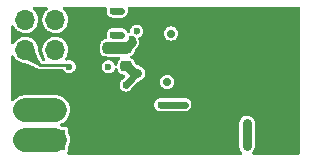
<source format=gbr>
G04 #@! TF.GenerationSoftware,KiCad,Pcbnew,(5.99.0-6495-g15369915cc)*
G04 #@! TF.CreationDate,2020-10-24T17:34:59+02:00*
G04 #@! TF.ProjectId,EVAL-MP8862,4556414c-2d4d-4503-9838-36322e6b6963,1B*
G04 #@! TF.SameCoordinates,Original*
G04 #@! TF.FileFunction,Copper,L4,Bot*
G04 #@! TF.FilePolarity,Positive*
%FSLAX46Y46*%
G04 Gerber Fmt 4.6, Leading zero omitted, Abs format (unit mm)*
G04 Created by KiCad (PCBNEW (5.99.0-6495-g15369915cc)) date 2020-10-24 17:34:59*
%MOMM*%
%LPD*%
G01*
G04 APERTURE LIST*
G04 Aperture macros list*
%AMRoundRect*
0 Rectangle with rounded corners*
0 $1 Rounding radius*
0 $2 $3 $4 $5 $6 $7 $8 $9 X,Y pos of 4 corners*
0 Add a 4 corners polygon primitive as box body*
4,1,4,$2,$3,$4,$5,$6,$7,$8,$9,$2,$3,0*
0 Add four circle primitives for the rounded corners*
1,1,$1+$1,$2,$3,0*
1,1,$1+$1,$4,$5,0*
1,1,$1+$1,$6,$7,0*
1,1,$1+$1,$8,$9,0*
0 Add four rect primitives between the rounded corners*
20,1,$1+$1,$2,$3,$4,$5,0*
20,1,$1+$1,$4,$5,$6,$7,0*
20,1,$1+$1,$6,$7,$8,$9,0*
20,1,$1+$1,$8,$9,$2,$3,0*%
G04 Aperture macros list end*
G04 #@! TA.AperFunction,ComponentPad*
%ADD10R,1.700000X1.700000*%
G04 #@! TD*
G04 #@! TA.AperFunction,ComponentPad*
%ADD11O,1.700000X1.700000*%
G04 #@! TD*
G04 #@! TA.AperFunction,SMDPad,CuDef*
%ADD12RoundRect,0.218750X0.218750X0.256250X-0.218750X0.256250X-0.218750X-0.256250X0.218750X-0.256250X0*%
G04 #@! TD*
G04 #@! TA.AperFunction,SMDPad,CuDef*
%ADD13RoundRect,0.218750X0.256250X-0.218750X0.256250X0.218750X-0.256250X0.218750X-0.256250X-0.218750X0*%
G04 #@! TD*
G04 #@! TA.AperFunction,ViaPad*
%ADD14C,0.700000*%
G04 #@! TD*
G04 #@! TA.AperFunction,ViaPad*
%ADD15C,0.600000*%
G04 #@! TD*
G04 #@! TA.AperFunction,ViaPad*
%ADD16C,0.800000*%
G04 #@! TD*
G04 #@! TA.AperFunction,Conductor*
%ADD17C,1.500000*%
G04 #@! TD*
G04 #@! TA.AperFunction,Conductor*
%ADD18C,0.800000*%
G04 #@! TD*
G04 #@! TA.AperFunction,Conductor*
%ADD19C,0.600000*%
G04 #@! TD*
G04 #@! TA.AperFunction,Conductor*
%ADD20C,2.000000*%
G04 #@! TD*
G04 #@! TA.AperFunction,Conductor*
%ADD21C,0.250000*%
G04 #@! TD*
G04 #@! TA.AperFunction,Conductor*
%ADD22C,1.000000*%
G04 #@! TD*
G04 APERTURE END LIST*
D10*
X100000000Y-100000000D03*
D11*
X97460000Y-100000000D03*
X100000000Y-97460000D03*
X97460000Y-97460000D03*
X100000000Y-94920000D03*
X97460000Y-94920000D03*
X100000000Y-92380000D03*
X97460000Y-92380000D03*
X100000000Y-89840000D03*
X97460000Y-89840000D03*
D12*
X104500000Y-92200000D03*
X102925000Y-92200000D03*
D13*
X106000000Y-93775000D03*
X106000000Y-92200000D03*
D14*
X108350000Y-92700000D03*
D15*
X103550000Y-100925000D03*
X102850000Y-100925000D03*
X102175000Y-100925000D03*
X103850000Y-89075000D03*
D16*
X118150000Y-89275000D03*
X114550000Y-96550000D03*
X114550000Y-95875000D03*
D14*
X108350000Y-95125000D03*
D15*
X113600000Y-100150000D03*
X109575000Y-100925000D03*
X119000000Y-100550000D03*
X119000000Y-98600000D03*
D16*
X114550000Y-89275000D03*
D15*
X105625000Y-97050000D03*
D16*
X118150000Y-96550000D03*
D14*
X108350000Y-93300000D03*
D15*
X104225000Y-100925000D03*
D16*
X118150000Y-89950000D03*
D15*
X110275000Y-100925000D03*
X113600000Y-100775000D03*
X107675000Y-97050000D03*
D16*
X114550000Y-89950000D03*
D15*
X103850000Y-89750000D03*
X111600000Y-100150000D03*
X103850000Y-91107470D03*
X108700000Y-90600000D03*
X111600000Y-100800000D03*
X107000000Y-97050000D03*
D16*
X118150000Y-95875000D03*
D15*
X103850000Y-90450000D03*
X106300000Y-97050000D03*
X110950000Y-100925000D03*
X119000000Y-99900000D03*
X108900000Y-100925000D03*
X119000000Y-99250000D03*
X104500000Y-93825000D03*
X104900000Y-89100000D03*
X105600000Y-89100000D03*
X105600000Y-91100000D03*
D14*
X109800000Y-91000000D03*
D15*
X104900000Y-91100000D03*
X116250000Y-98600000D03*
X110300000Y-97025000D03*
X110975000Y-97025000D03*
D14*
X109475000Y-95100000D03*
D15*
X116250000Y-99900000D03*
X116250000Y-99250000D03*
X109600000Y-97025000D03*
X116250000Y-100550000D03*
X108925000Y-97025000D03*
X106900000Y-90800000D03*
X101200000Y-93800000D03*
X106456232Y-91465649D03*
X105990000Y-95360000D03*
X106949998Y-94350000D03*
D17*
X97460000Y-94920000D02*
X100000000Y-94920000D01*
D18*
X103850000Y-89075000D02*
X103850000Y-91107470D01*
D19*
X104900000Y-89100000D02*
X105600000Y-89100000D01*
X104900000Y-91100000D02*
X105600000Y-91100000D01*
D20*
X97460000Y-97460000D02*
X100000000Y-97460000D01*
X97460000Y-100000000D02*
X100000000Y-100000000D01*
D18*
X116250000Y-98600000D02*
X116250000Y-100550000D01*
D19*
X108925000Y-97025000D02*
X110975000Y-97025000D01*
D21*
X106900000Y-90800000D02*
X106859352Y-90840648D01*
X101060000Y-93660000D02*
X101200000Y-93800000D01*
X97460000Y-92380000D02*
X98740000Y-93660000D01*
X106859352Y-90840648D02*
X106859352Y-90943767D01*
X98740000Y-93660000D02*
X101060000Y-93660000D01*
D18*
X106456232Y-91743768D02*
X106000000Y-92200000D01*
D19*
X106456232Y-91465649D02*
X106456232Y-91743768D01*
D22*
X104500000Y-92200000D02*
X106000000Y-92200000D01*
D18*
X106949998Y-94350000D02*
X106949998Y-94350002D01*
D21*
X106537500Y-94600000D02*
X106537500Y-94762500D01*
X106000000Y-93775000D02*
X106075000Y-93775000D01*
D18*
X106075000Y-93775000D02*
X106650000Y-94350000D01*
D19*
X106949998Y-94350002D02*
X106537500Y-94762500D01*
D21*
X106650000Y-94350000D02*
X106949998Y-94350000D01*
D19*
X106537500Y-94762500D02*
X105990000Y-95360000D01*
G04 #@! TA.AperFunction,Conductor*
G36*
X98190930Y-92220002D02*
G01*
X98240710Y-92281556D01*
X98580333Y-93182537D01*
X98680575Y-93448467D01*
X98675370Y-93549260D01*
X98652884Y-93594231D01*
X98604529Y-93646214D01*
X98535745Y-93663803D01*
X98491092Y-93653923D01*
X97748301Y-93339666D01*
X97376904Y-93182536D01*
X97321962Y-93137573D01*
X97300000Y-93066495D01*
X97300000Y-92326000D01*
X97320002Y-92257879D01*
X97373658Y-92211386D01*
X97426000Y-92200000D01*
X98122809Y-92200000D01*
X98190930Y-92220002D01*
G37*
G04 #@! TD.AperFunction*
G04 #@! TA.AperFunction,Conductor*
G36*
X99308082Y-88770002D02*
G01*
X99354575Y-88823658D01*
X99364679Y-88893932D01*
X99312861Y-88978770D01*
X99277970Y-89003520D01*
X99174474Y-89111634D01*
X99152221Y-89134880D01*
X99132822Y-89155144D01*
X99129571Y-89160179D01*
X99024658Y-89322661D01*
X99018964Y-89331479D01*
X99016722Y-89337042D01*
X98943936Y-89517648D01*
X98940504Y-89526163D01*
X98927818Y-89591127D01*
X98916078Y-89651245D01*
X98900274Y-89732171D01*
X98899724Y-89942069D01*
X98938875Y-90148285D01*
X99016315Y-90343377D01*
X99019539Y-90348428D01*
X99019540Y-90348430D01*
X99049303Y-90395058D01*
X99129248Y-90520306D01*
X99183353Y-90577421D01*
X99260756Y-90659129D01*
X99273600Y-90672688D01*
X99278465Y-90676178D01*
X99278468Y-90676180D01*
X99385869Y-90753213D01*
X99444163Y-90795024D01*
X99449914Y-90797675D01*
X99604815Y-90869085D01*
X99634782Y-90882900D01*
X99640598Y-90884334D01*
X99640601Y-90884335D01*
X99686195Y-90895576D01*
X99838578Y-90933146D01*
X99844568Y-90933455D01*
X99844570Y-90933455D01*
X99918178Y-90937248D01*
X100048199Y-90943948D01*
X100054134Y-90943119D01*
X100054138Y-90943119D01*
X100206960Y-90921777D01*
X100256081Y-90914917D01*
X100454723Y-90847101D01*
X100636958Y-90742945D01*
X100796209Y-90606209D01*
X100801161Y-90599973D01*
X100895905Y-90480649D01*
X100926731Y-90441826D01*
X100973274Y-90352609D01*
X101002970Y-90295683D01*
X101023814Y-90255728D01*
X101026337Y-90247294D01*
X101082236Y-90060376D01*
X101083955Y-90054629D01*
X101104985Y-89845786D01*
X101105000Y-89840000D01*
X101085064Y-89631050D01*
X101076046Y-89600308D01*
X101052985Y-89521702D01*
X101025977Y-89429639D01*
X101023233Y-89424311D01*
X100932615Y-89248365D01*
X100932613Y-89248362D01*
X100929869Y-89243034D01*
X100800210Y-89077970D01*
X100677126Y-88971163D01*
X100638787Y-88911412D01*
X100638837Y-88840415D01*
X100677264Y-88780717D01*
X100759708Y-88750000D01*
X104260751Y-88750000D01*
X104328872Y-88770002D01*
X104375365Y-88823658D01*
X104381749Y-88911150D01*
X104377417Y-88926061D01*
X104374982Y-88933554D01*
X104356639Y-88984505D01*
X104356010Y-88993067D01*
X104354223Y-89001475D01*
X104354048Y-89001438D01*
X104353933Y-89002079D01*
X104354110Y-89002105D01*
X104352855Y-89010604D01*
X104350459Y-89018851D01*
X104350369Y-89027437D01*
X104350369Y-89027438D01*
X104349893Y-89072974D01*
X104349561Y-89080886D01*
X104346224Y-89126311D01*
X104346225Y-89126321D01*
X104345596Y-89134880D01*
X104347293Y-89143296D01*
X104347833Y-89151874D01*
X104347655Y-89151885D01*
X104347717Y-89152534D01*
X104347894Y-89152512D01*
X104348970Y-89161033D01*
X104348880Y-89169623D01*
X104351103Y-89177918D01*
X104351103Y-89177921D01*
X104362894Y-89221924D01*
X104364701Y-89229630D01*
X104372512Y-89268365D01*
X104375399Y-89282685D01*
X104379300Y-89290341D01*
X104382125Y-89298452D01*
X104381955Y-89298511D01*
X104382189Y-89299119D01*
X104382354Y-89299049D01*
X104385681Y-89306964D01*
X104387905Y-89315265D01*
X104397494Y-89331479D01*
X104415467Y-89361871D01*
X104419279Y-89368805D01*
X104443852Y-89417031D01*
X104449667Y-89423355D01*
X104454569Y-89430408D01*
X104454422Y-89430510D01*
X104454810Y-89431032D01*
X104454949Y-89430922D01*
X104460286Y-89437655D01*
X104464658Y-89445048D01*
X104494084Y-89473266D01*
X104503744Y-89482530D01*
X104509266Y-89488169D01*
X104545911Y-89528020D01*
X104553208Y-89532544D01*
X104559830Y-89538023D01*
X104559716Y-89538161D01*
X104560230Y-89538559D01*
X104560335Y-89538414D01*
X104567282Y-89543461D01*
X104573485Y-89549409D01*
X104621190Y-89574988D01*
X104628044Y-89578945D01*
X104674058Y-89607475D01*
X104682310Y-89609872D01*
X104690157Y-89613366D01*
X104690084Y-89613529D01*
X104690681Y-89613773D01*
X104690743Y-89613605D01*
X104698796Y-89616600D01*
X104706368Y-89620660D01*
X104759224Y-89632475D01*
X104766845Y-89634432D01*
X104818851Y-89649541D01*
X104825429Y-89650024D01*
X104831911Y-89650500D01*
X104831900Y-89650646D01*
X104836548Y-89651245D01*
X104836572Y-89650960D01*
X104845139Y-89651679D01*
X104853517Y-89653552D01*
X104862090Y-89653103D01*
X104862094Y-89653103D01*
X104908453Y-89650673D01*
X104915047Y-89650500D01*
X105525950Y-89650500D01*
X105536513Y-89651659D01*
X105536572Y-89650960D01*
X105545139Y-89651679D01*
X105553517Y-89653552D01*
X105562090Y-89653103D01*
X105562094Y-89653103D01*
X105608453Y-89650673D01*
X105615047Y-89650500D01*
X105636501Y-89650500D01*
X105640740Y-89649919D01*
X105640743Y-89649919D01*
X105643963Y-89649478D01*
X105646612Y-89649115D01*
X105657118Y-89648122D01*
X105664793Y-89647720D01*
X105695508Y-89646111D01*
X105695510Y-89646111D01*
X105704090Y-89645661D01*
X105714947Y-89642007D01*
X105738032Y-89636592D01*
X105749385Y-89635037D01*
X105757270Y-89631625D01*
X105792559Y-89616354D01*
X105802411Y-89612572D01*
X105838854Y-89600308D01*
X105838856Y-89600307D01*
X105846995Y-89597568D01*
X105856472Y-89591127D01*
X105877253Y-89579704D01*
X105887764Y-89575155D01*
X105924328Y-89545546D01*
X105932796Y-89539258D01*
X105964595Y-89517648D01*
X105964600Y-89517644D01*
X105971702Y-89512817D01*
X105979097Y-89504066D01*
X105996041Y-89487474D01*
X105998267Y-89485672D01*
X105998270Y-89485669D01*
X106004942Y-89480266D01*
X106032194Y-89441919D01*
X106038661Y-89433582D01*
X106063482Y-89404210D01*
X106069024Y-89397652D01*
X106073796Y-89387230D01*
X106085650Y-89366699D01*
X106087309Y-89364364D01*
X106092286Y-89357361D01*
X106108221Y-89313099D01*
X106112208Y-89303330D01*
X106128216Y-89268365D01*
X106131791Y-89260557D01*
X106133135Y-89252072D01*
X106133584Y-89249240D01*
X106139480Y-89226277D01*
X106140452Y-89223576D01*
X106140453Y-89223573D01*
X106143361Y-89215495D01*
X106146807Y-89168573D01*
X106148019Y-89158093D01*
X106155378Y-89111634D01*
X106155500Y-89100000D01*
X106154873Y-89095426D01*
X106154583Y-89090812D01*
X106154761Y-89090801D01*
X106154492Y-89082250D01*
X106154315Y-89082261D01*
X106153775Y-89073681D01*
X106154404Y-89065120D01*
X106152707Y-89056706D01*
X106152707Y-89056700D01*
X106143703Y-89012048D01*
X106142383Y-89004243D01*
X106136203Y-88959125D01*
X106136202Y-88959123D01*
X106135037Y-88950615D01*
X106131626Y-88942733D01*
X106129316Y-88934458D01*
X106129488Y-88934410D01*
X106129293Y-88933789D01*
X106129125Y-88933847D01*
X106126298Y-88925729D01*
X106124601Y-88917315D01*
X106123276Y-88914714D01*
X106119896Y-88846531D01*
X106155275Y-88784977D01*
X106242401Y-88750000D01*
X120624000Y-88750000D01*
X120692121Y-88770002D01*
X120738614Y-88823658D01*
X120750000Y-88876000D01*
X120750001Y-101124000D01*
X120729999Y-101192121D01*
X120676343Y-101238614D01*
X120624001Y-101250000D01*
X116775949Y-101250000D01*
X116707828Y-101229998D01*
X116661335Y-101176342D01*
X116651231Y-101106068D01*
X116684100Y-101037746D01*
X116716003Y-101003774D01*
X116780311Y-100935293D01*
X116859468Y-100791306D01*
X116900331Y-100632156D01*
X116900500Y-100629470D01*
X116900500Y-98560421D01*
X116884906Y-98436984D01*
X116856951Y-98366376D01*
X116827339Y-98291584D01*
X116827337Y-98291581D01*
X116824419Y-98284210D01*
X116727839Y-98151279D01*
X116601233Y-98046543D01*
X116452560Y-97976582D01*
X116444777Y-97975097D01*
X116444776Y-97975097D01*
X116298944Y-97947278D01*
X116298942Y-97947278D01*
X116291158Y-97945793D01*
X116209165Y-97950952D01*
X116135083Y-97955613D01*
X116135081Y-97955613D01*
X116127172Y-97956111D01*
X116119636Y-97958560D01*
X116119634Y-97958560D01*
X115978444Y-98004435D01*
X115978441Y-98004437D01*
X115970902Y-98006886D01*
X115832169Y-98094929D01*
X115826742Y-98100708D01*
X115826741Y-98100709D01*
X115725113Y-98208931D01*
X115725110Y-98208936D01*
X115719689Y-98214708D01*
X115640532Y-98358695D01*
X115599669Y-98517845D01*
X115599500Y-98520531D01*
X115599501Y-100589579D01*
X115615095Y-100713016D01*
X115637147Y-100768714D01*
X115670753Y-100853593D01*
X115675582Y-100865790D01*
X115772162Y-100998721D01*
X115778270Y-101003774D01*
X115806243Y-101026915D01*
X115845981Y-101085748D01*
X115847604Y-101156727D01*
X115810595Y-101217314D01*
X115725928Y-101250000D01*
X101111391Y-101250000D01*
X101043270Y-101229998D01*
X100996777Y-101176342D01*
X100986673Y-101106068D01*
X101021722Y-101036052D01*
X101030312Y-101030312D01*
X101050537Y-101000043D01*
X101078696Y-100957901D01*
X101078697Y-100957899D01*
X101085589Y-100947584D01*
X101105000Y-100850000D01*
X101105000Y-100620352D01*
X101115626Y-100569707D01*
X101187668Y-100405590D01*
X101189923Y-100400453D01*
X101242031Y-100183407D01*
X101254880Y-99960564D01*
X101228064Y-99738967D01*
X101162431Y-99525621D01*
X101159861Y-99520641D01*
X101159857Y-99520632D01*
X101119034Y-99441539D01*
X101105000Y-99383750D01*
X101105000Y-99150000D01*
X101085589Y-99052416D01*
X101078697Y-99042101D01*
X101078696Y-99042099D01*
X101037205Y-98980004D01*
X101030312Y-98969688D01*
X101019996Y-98962795D01*
X100957901Y-98921304D01*
X100957899Y-98921303D01*
X100947584Y-98914411D01*
X100935417Y-98911991D01*
X100935415Y-98911990D01*
X100880760Y-98901119D01*
X100850000Y-98895000D01*
X100625943Y-98895000D01*
X100570568Y-98881707D01*
X100569985Y-98881341D01*
X100486224Y-98847669D01*
X100430481Y-98803703D01*
X100407356Y-98736578D01*
X100424193Y-98667607D01*
X100478976Y-98617038D01*
X100639101Y-98540662D01*
X100820370Y-98410407D01*
X100885011Y-98343703D01*
X100971804Y-98254140D01*
X100971806Y-98254137D01*
X100975707Y-98250112D01*
X101100203Y-98064842D01*
X101189923Y-97860453D01*
X101242031Y-97643407D01*
X101250094Y-97503567D01*
X101254557Y-97426171D01*
X101254557Y-97426168D01*
X101254880Y-97420564D01*
X101228064Y-97198967D01*
X101185276Y-97059880D01*
X108370596Y-97059880D01*
X108372293Y-97068296D01*
X108372833Y-97076874D01*
X108372655Y-97076885D01*
X108372717Y-97077534D01*
X108372894Y-97077512D01*
X108373970Y-97086033D01*
X108373880Y-97094623D01*
X108376103Y-97102918D01*
X108376103Y-97102921D01*
X108387894Y-97146924D01*
X108389701Y-97154630D01*
X108397512Y-97193365D01*
X108400399Y-97207685D01*
X108404300Y-97215341D01*
X108407125Y-97223452D01*
X108406955Y-97223511D01*
X108407189Y-97224119D01*
X108407354Y-97224049D01*
X108410681Y-97231964D01*
X108412905Y-97240265D01*
X108417279Y-97247661D01*
X108440467Y-97286871D01*
X108444279Y-97293805D01*
X108468852Y-97342031D01*
X108474667Y-97348355D01*
X108479569Y-97355408D01*
X108479422Y-97355510D01*
X108479810Y-97356032D01*
X108479949Y-97355922D01*
X108485286Y-97362655D01*
X108489658Y-97370048D01*
X108519084Y-97398266D01*
X108528744Y-97407530D01*
X108534266Y-97413169D01*
X108570911Y-97453020D01*
X108578208Y-97457544D01*
X108584830Y-97463023D01*
X108584716Y-97463161D01*
X108585230Y-97463559D01*
X108585335Y-97463414D01*
X108592282Y-97468461D01*
X108598485Y-97474409D01*
X108646190Y-97499988D01*
X108653044Y-97503945D01*
X108699058Y-97532475D01*
X108707310Y-97534872D01*
X108715157Y-97538366D01*
X108715084Y-97538529D01*
X108715681Y-97538773D01*
X108715743Y-97538605D01*
X108723796Y-97541600D01*
X108731368Y-97545660D01*
X108784224Y-97557475D01*
X108791845Y-97559432D01*
X108843851Y-97574541D01*
X108850429Y-97575024D01*
X108856911Y-97575500D01*
X108856900Y-97575646D01*
X108861548Y-97576245D01*
X108861572Y-97575960D01*
X108870139Y-97576679D01*
X108878517Y-97578552D01*
X108887090Y-97578103D01*
X108887094Y-97578103D01*
X108933453Y-97575673D01*
X108940047Y-97575500D01*
X109525950Y-97575500D01*
X109536513Y-97576659D01*
X109536572Y-97575960D01*
X109545139Y-97576679D01*
X109553517Y-97578552D01*
X109562090Y-97578103D01*
X109562094Y-97578103D01*
X109608453Y-97575673D01*
X109615047Y-97575500D01*
X110225950Y-97575500D01*
X110236513Y-97576659D01*
X110236572Y-97575960D01*
X110245139Y-97576679D01*
X110253517Y-97578552D01*
X110262090Y-97578103D01*
X110262094Y-97578103D01*
X110308453Y-97575673D01*
X110315047Y-97575500D01*
X110900950Y-97575500D01*
X110911513Y-97576659D01*
X110911572Y-97575960D01*
X110920139Y-97576679D01*
X110928517Y-97578552D01*
X110937090Y-97578103D01*
X110937094Y-97578103D01*
X110983453Y-97575673D01*
X110990047Y-97575500D01*
X111011501Y-97575500D01*
X111015740Y-97574919D01*
X111015743Y-97574919D01*
X111018963Y-97574478D01*
X111021612Y-97574115D01*
X111032118Y-97573122D01*
X111039793Y-97572720D01*
X111070508Y-97571111D01*
X111070510Y-97571111D01*
X111079090Y-97570661D01*
X111089947Y-97567007D01*
X111113032Y-97561592D01*
X111124385Y-97560037D01*
X111132270Y-97556625D01*
X111167559Y-97541354D01*
X111177411Y-97537572D01*
X111213854Y-97525308D01*
X111213856Y-97525307D01*
X111221995Y-97522568D01*
X111231472Y-97516127D01*
X111252253Y-97504704D01*
X111262764Y-97500155D01*
X111299328Y-97470546D01*
X111307796Y-97464258D01*
X111339595Y-97442648D01*
X111339600Y-97442644D01*
X111346702Y-97437817D01*
X111354097Y-97429066D01*
X111371041Y-97412474D01*
X111373267Y-97410672D01*
X111373270Y-97410669D01*
X111379942Y-97405266D01*
X111407194Y-97366919D01*
X111413661Y-97358582D01*
X111438482Y-97329210D01*
X111444024Y-97322652D01*
X111448796Y-97312230D01*
X111460650Y-97291699D01*
X111462309Y-97289364D01*
X111467286Y-97282361D01*
X111483221Y-97238099D01*
X111487208Y-97228330D01*
X111503216Y-97193365D01*
X111506791Y-97185557D01*
X111508135Y-97177072D01*
X111508584Y-97174240D01*
X111514480Y-97151277D01*
X111515452Y-97148576D01*
X111515453Y-97148573D01*
X111518361Y-97140495D01*
X111521807Y-97093573D01*
X111523019Y-97083093D01*
X111530378Y-97036634D01*
X111530500Y-97025000D01*
X111529873Y-97020426D01*
X111529583Y-97015812D01*
X111529761Y-97015801D01*
X111529492Y-97007250D01*
X111529315Y-97007261D01*
X111528775Y-96998681D01*
X111529404Y-96990120D01*
X111527707Y-96981706D01*
X111527707Y-96981700D01*
X111518703Y-96937048D01*
X111517383Y-96929243D01*
X111511203Y-96884125D01*
X111511202Y-96884123D01*
X111510037Y-96875615D01*
X111506626Y-96867733D01*
X111504316Y-96859458D01*
X111504488Y-96859410D01*
X111504293Y-96858790D01*
X111504125Y-96858849D01*
X111501299Y-96850733D01*
X111499601Y-96842315D01*
X111475025Y-96794084D01*
X111471656Y-96786923D01*
X111453569Y-96745125D01*
X111453568Y-96745124D01*
X111450155Y-96737236D01*
X111444745Y-96730555D01*
X111440299Y-96723214D01*
X111440451Y-96723122D01*
X111440095Y-96722574D01*
X111439949Y-96722675D01*
X111435049Y-96715625D01*
X111431148Y-96707969D01*
X111394506Y-96668122D01*
X111389344Y-96662141D01*
X111360674Y-96626735D01*
X111360669Y-96626731D01*
X111355266Y-96620058D01*
X111348266Y-96615083D01*
X111342003Y-96609202D01*
X111342125Y-96609072D01*
X111341635Y-96608639D01*
X111341520Y-96608778D01*
X111334907Y-96603307D01*
X111329089Y-96596980D01*
X111283073Y-96568449D01*
X111276494Y-96564077D01*
X111232361Y-96532714D01*
X111224281Y-96529805D01*
X111216667Y-96525824D01*
X111216749Y-96525666D01*
X111216160Y-96525382D01*
X111216088Y-96525544D01*
X111208241Y-96522050D01*
X111200942Y-96517525D01*
X111192696Y-96515129D01*
X111192693Y-96515128D01*
X111158757Y-96505269D01*
X111148949Y-96502420D01*
X111141446Y-96499982D01*
X111090495Y-96481639D01*
X111081933Y-96481010D01*
X111073525Y-96479223D01*
X111073562Y-96479048D01*
X111069030Y-96478233D01*
X111068987Y-96478470D01*
X111062488Y-96477301D01*
X111056149Y-96475459D01*
X111043089Y-96474500D01*
X110997907Y-96474500D01*
X110988679Y-96474162D01*
X110940120Y-96470596D01*
X110931701Y-96472294D01*
X110927880Y-96472534D01*
X110908182Y-96474500D01*
X110322907Y-96474500D01*
X110313679Y-96474162D01*
X110265120Y-96470596D01*
X110256701Y-96472294D01*
X110252880Y-96472534D01*
X110233182Y-96474500D01*
X109622907Y-96474500D01*
X109613679Y-96474162D01*
X109565120Y-96470596D01*
X109556701Y-96472294D01*
X109552880Y-96472534D01*
X109533182Y-96474500D01*
X108947907Y-96474500D01*
X108938679Y-96474162D01*
X108890120Y-96470596D01*
X108881706Y-96472293D01*
X108881700Y-96472293D01*
X108837048Y-96481297D01*
X108829243Y-96482617D01*
X108784125Y-96488797D01*
X108784123Y-96488798D01*
X108775615Y-96489963D01*
X108767733Y-96493374D01*
X108759458Y-96495684D01*
X108759410Y-96495512D01*
X108758790Y-96495707D01*
X108758849Y-96495875D01*
X108750733Y-96498701D01*
X108742315Y-96500399D01*
X108734663Y-96504298D01*
X108734660Y-96504299D01*
X108694087Y-96524973D01*
X108686927Y-96528342D01*
X108637236Y-96549845D01*
X108630555Y-96555255D01*
X108623214Y-96559701D01*
X108623122Y-96559549D01*
X108622574Y-96559905D01*
X108622675Y-96560051D01*
X108615625Y-96564951D01*
X108607969Y-96568852D01*
X108568122Y-96605494D01*
X108562141Y-96610656D01*
X108526735Y-96639326D01*
X108526731Y-96639331D01*
X108520058Y-96644734D01*
X108515083Y-96651734D01*
X108509202Y-96657997D01*
X108509072Y-96657875D01*
X108508639Y-96658365D01*
X108508778Y-96658480D01*
X108503307Y-96665093D01*
X108496980Y-96670911D01*
X108474003Y-96707969D01*
X108468450Y-96716925D01*
X108464077Y-96723506D01*
X108432714Y-96767639D01*
X108429805Y-96775719D01*
X108425824Y-96783333D01*
X108425666Y-96783251D01*
X108425382Y-96783840D01*
X108425544Y-96783912D01*
X108422050Y-96791759D01*
X108417525Y-96799058D01*
X108415129Y-96807304D01*
X108415128Y-96807307D01*
X108402421Y-96851047D01*
X108399982Y-96858554D01*
X108381639Y-96909505D01*
X108381010Y-96918067D01*
X108379223Y-96926475D01*
X108379048Y-96926438D01*
X108378933Y-96927079D01*
X108379110Y-96927105D01*
X108377855Y-96935604D01*
X108375459Y-96943851D01*
X108375369Y-96952437D01*
X108375369Y-96952438D01*
X108374893Y-96997974D01*
X108374561Y-97005886D01*
X108371224Y-97051311D01*
X108371225Y-97051321D01*
X108370596Y-97059880D01*
X101185276Y-97059880D01*
X101162431Y-96985621D01*
X101133333Y-96929243D01*
X101062625Y-96792250D01*
X101062624Y-96792249D01*
X101060054Y-96787269D01*
X100992057Y-96698654D01*
X100927586Y-96614633D01*
X100927582Y-96614629D01*
X100924170Y-96610182D01*
X100759074Y-96459957D01*
X100569985Y-96341341D01*
X100564781Y-96339249D01*
X100564777Y-96339247D01*
X100368093Y-96260181D01*
X100362879Y-96258085D01*
X100144304Y-96212820D01*
X100139693Y-96212554D01*
X100139692Y-96212554D01*
X100088544Y-96209605D01*
X100088540Y-96209605D01*
X100086721Y-96209500D01*
X97403975Y-96209500D01*
X97401189Y-96209749D01*
X97401181Y-96209749D01*
X97319572Y-96217033D01*
X97237670Y-96224342D01*
X97232254Y-96225824D01*
X97232252Y-96225824D01*
X97148083Y-96248850D01*
X97022368Y-96283242D01*
X97017310Y-96285654D01*
X97017306Y-96285656D01*
X96921633Y-96331290D01*
X96820899Y-96379338D01*
X96639630Y-96509593D01*
X96582204Y-96568852D01*
X96495460Y-96658365D01*
X96484293Y-96669888D01*
X96481167Y-96674540D01*
X96481163Y-96674545D01*
X96480584Y-96675407D01*
X96480220Y-96675709D01*
X96477630Y-96678908D01*
X96476993Y-96678392D01*
X96425990Y-96720794D01*
X96355524Y-96729460D01*
X96291559Y-96698654D01*
X96250000Y-96605135D01*
X96250000Y-92960401D01*
X96270002Y-92892280D01*
X96323658Y-92845787D01*
X96393932Y-92835683D01*
X96458512Y-92865177D01*
X96482207Y-92892608D01*
X96589248Y-93060306D01*
X96670624Y-93146209D01*
X96687877Y-93164421D01*
X96733600Y-93212688D01*
X96738465Y-93216178D01*
X96738468Y-93216180D01*
X96896887Y-93329805D01*
X96904163Y-93335024D01*
X97094782Y-93422900D01*
X97100598Y-93424334D01*
X97100601Y-93424335D01*
X97194668Y-93447527D01*
X97298578Y-93473146D01*
X97304568Y-93473455D01*
X97304570Y-93473455D01*
X97417157Y-93479257D01*
X97459767Y-93489048D01*
X97650891Y-93569908D01*
X98281336Y-93836634D01*
X98393682Y-93884165D01*
X98396419Y-93885039D01*
X98396428Y-93885042D01*
X98407111Y-93888452D01*
X98415300Y-93891066D01*
X98457121Y-93917919D01*
X98458570Y-93916081D01*
X98483322Y-93935594D01*
X98488036Y-93939783D01*
X98488084Y-93939726D01*
X98492042Y-93943080D01*
X98495721Y-93946759D01*
X98499950Y-93949781D01*
X98512165Y-93958510D01*
X98516914Y-93962075D01*
X98556693Y-93993435D01*
X98565237Y-93996436D01*
X98572603Y-94001699D01*
X98621124Y-94016210D01*
X98626766Y-94018043D01*
X98667098Y-94032207D01*
X98667104Y-94032208D01*
X98674581Y-94034834D01*
X98682271Y-94035500D01*
X98685007Y-94035500D01*
X98685730Y-94035531D01*
X98692310Y-94037499D01*
X98740723Y-94035597D01*
X98745669Y-94035500D01*
X100628002Y-94035500D01*
X100696123Y-94055502D01*
X100736456Y-94097361D01*
X100752057Y-94123740D01*
X100764658Y-94145048D01*
X100873485Y-94249409D01*
X100920110Y-94274409D01*
X100994656Y-94314380D01*
X101006368Y-94320660D01*
X101027153Y-94325306D01*
X101145131Y-94351678D01*
X101145135Y-94351678D01*
X101153517Y-94353552D01*
X101247950Y-94348603D01*
X101295507Y-94346111D01*
X101295508Y-94346111D01*
X101304090Y-94345661D01*
X101446995Y-94297568D01*
X101571702Y-94212817D01*
X101577245Y-94206258D01*
X101577247Y-94206256D01*
X101647897Y-94122652D01*
X101669024Y-94097652D01*
X101696564Y-94037499D01*
X101728216Y-93968366D01*
X101728216Y-93968364D01*
X101731791Y-93960557D01*
X101755378Y-93811634D01*
X101755500Y-93800000D01*
X101735037Y-93650615D01*
X101689385Y-93545120D01*
X101678567Y-93520120D01*
X101678566Y-93520118D01*
X101675155Y-93512236D01*
X101627711Y-93453647D01*
X101585674Y-93401736D01*
X101585673Y-93401735D01*
X101580266Y-93395058D01*
X101573264Y-93390082D01*
X101573262Y-93390080D01*
X101464363Y-93312690D01*
X101457361Y-93307714D01*
X101315495Y-93256639D01*
X101306935Y-93256010D01*
X101306933Y-93256010D01*
X101228122Y-93250223D01*
X101165120Y-93245596D01*
X101090569Y-93260628D01*
X101025739Y-93273700D01*
X101025736Y-93273701D01*
X101017315Y-93275399D01*
X101012390Y-93277908D01*
X100973414Y-93284500D01*
X100947338Y-93284500D01*
X100879217Y-93264498D01*
X100832724Y-93210842D01*
X100822620Y-93140568D01*
X100848661Y-93080149D01*
X100851698Y-93076325D01*
X100926731Y-92981826D01*
X100932639Y-92970502D01*
X100984256Y-92871557D01*
X101023814Y-92795728D01*
X101083955Y-92594629D01*
X101104985Y-92385786D01*
X101105000Y-92380000D01*
X101102510Y-92353896D01*
X101091725Y-92240857D01*
X103745606Y-92240857D01*
X103746846Y-92248073D01*
X103746846Y-92248075D01*
X103771224Y-92389946D01*
X103775238Y-92413309D01*
X103785764Y-92438046D01*
X103808868Y-92492345D01*
X103817527Y-92522945D01*
X103826703Y-92583975D01*
X103828443Y-92595551D01*
X103889421Y-92722536D01*
X103895813Y-92729451D01*
X103964897Y-92804186D01*
X103985041Y-92825978D01*
X103993188Y-92830710D01*
X103993189Y-92830711D01*
X104083973Y-92883443D01*
X104106851Y-92896732D01*
X104244080Y-92928540D01*
X104281250Y-92930000D01*
X104310892Y-92930000D01*
X104340840Y-92933611D01*
X104401166Y-92948373D01*
X104401170Y-92948374D01*
X104406619Y-92949707D01*
X104412219Y-92950054D01*
X104412223Y-92950055D01*
X104417461Y-92950380D01*
X104417474Y-92950380D01*
X104419402Y-92950500D01*
X105386955Y-92950500D01*
X105455076Y-92970502D01*
X105501569Y-93024158D01*
X105511673Y-93094432D01*
X105472483Y-93169025D01*
X105374021Y-93260041D01*
X105350579Y-93300399D01*
X105313083Y-93364954D01*
X105303268Y-93381851D01*
X105271460Y-93519080D01*
X105270000Y-93556250D01*
X105270000Y-93610151D01*
X105249998Y-93678272D01*
X105196342Y-93724765D01*
X105126068Y-93734869D01*
X105061488Y-93705375D01*
X105028363Y-93660192D01*
X104978567Y-93545120D01*
X104978566Y-93545118D01*
X104975155Y-93537236D01*
X104880266Y-93420058D01*
X104873264Y-93415082D01*
X104873262Y-93415080D01*
X104764363Y-93337690D01*
X104757361Y-93332714D01*
X104615495Y-93281639D01*
X104606935Y-93281010D01*
X104606933Y-93281010D01*
X104528122Y-93275223D01*
X104465120Y-93270596D01*
X104317315Y-93300399D01*
X104182969Y-93368852D01*
X104176647Y-93374665D01*
X104176646Y-93374666D01*
X104124192Y-93422900D01*
X104071980Y-93470911D01*
X104067452Y-93478214D01*
X104067451Y-93478215D01*
X104019067Y-93556250D01*
X103992525Y-93599058D01*
X103950459Y-93743851D01*
X103950369Y-93752437D01*
X103950369Y-93752438D01*
X103949919Y-93795424D01*
X103948880Y-93894623D01*
X103987905Y-94040265D01*
X104064658Y-94170048D01*
X104173485Y-94274409D01*
X104306368Y-94345660D01*
X104348874Y-94355161D01*
X104445131Y-94376678D01*
X104445135Y-94376678D01*
X104453517Y-94378552D01*
X104547950Y-94373603D01*
X104595507Y-94371111D01*
X104595508Y-94371111D01*
X104604090Y-94370661D01*
X104746995Y-94322568D01*
X104871702Y-94237817D01*
X104877245Y-94231258D01*
X104877247Y-94231256D01*
X104953062Y-94141540D01*
X104969024Y-94122652D01*
X105031791Y-93985557D01*
X105033469Y-93986325D01*
X105066488Y-93935789D01*
X105131290Y-93906785D01*
X105201486Y-93917419D01*
X105254789Y-93964316D01*
X105272879Y-94012901D01*
X105289543Y-94123740D01*
X105290943Y-94133051D01*
X105351921Y-94260036D01*
X105386615Y-94297568D01*
X105431071Y-94345661D01*
X105447541Y-94363479D01*
X105569351Y-94434232D01*
X105706580Y-94466040D01*
X105743750Y-94467500D01*
X105774799Y-94467500D01*
X105842920Y-94487502D01*
X105889413Y-94541158D01*
X105899517Y-94611432D01*
X105867697Y-94678624D01*
X105623093Y-94945567D01*
X105602583Y-94967950D01*
X105594970Y-94975575D01*
X105568305Y-95000094D01*
X105568302Y-95000098D01*
X105561980Y-95005911D01*
X105557454Y-95013211D01*
X105531265Y-95055449D01*
X105527769Y-95060781D01*
X105499497Y-95101610D01*
X105499495Y-95101614D01*
X105494605Y-95108676D01*
X105491794Y-95116795D01*
X105489289Y-95121733D01*
X105487052Y-95126757D01*
X105482525Y-95134058D01*
X105480128Y-95142309D01*
X105480127Y-95142311D01*
X105466268Y-95190017D01*
X105464341Y-95196075D01*
X105445268Y-95251156D01*
X105444744Y-95259731D01*
X105443658Y-95265165D01*
X105442855Y-95270605D01*
X105440459Y-95278851D01*
X105440369Y-95287438D01*
X105439848Y-95337127D01*
X105439620Y-95343496D01*
X105436064Y-95401654D01*
X105437864Y-95410049D01*
X105438277Y-95415545D01*
X105438970Y-95421031D01*
X105438880Y-95429623D01*
X105441103Y-95437921D01*
X105441104Y-95437926D01*
X105453968Y-95485933D01*
X105455451Y-95492081D01*
X105467672Y-95549084D01*
X105471666Y-95556691D01*
X105473550Y-95561895D01*
X105475681Y-95566964D01*
X105477905Y-95575265D01*
X105503977Y-95619351D01*
X105507575Y-95625435D01*
X105510678Y-95630998D01*
X105537762Y-95682583D01*
X105543652Y-95688833D01*
X105546881Y-95693360D01*
X105550288Y-95697658D01*
X105554658Y-95705048D01*
X105560856Y-95710991D01*
X105560857Y-95710993D01*
X105596732Y-95745396D01*
X105601219Y-95749923D01*
X105635274Y-95786060D01*
X105635276Y-95786062D01*
X105641170Y-95792316D01*
X105648527Y-95796754D01*
X105652840Y-95800234D01*
X105657284Y-95803463D01*
X105663485Y-95809409D01*
X105671059Y-95813470D01*
X105714855Y-95836953D01*
X105720399Y-95840109D01*
X105762922Y-95865761D01*
X105762924Y-95865762D01*
X105770278Y-95870198D01*
X105778554Y-95872493D01*
X105783626Y-95874677D01*
X105788797Y-95876600D01*
X105796368Y-95880660D01*
X105804747Y-95882533D01*
X105804750Y-95882534D01*
X105853248Y-95893374D01*
X105859433Y-95894922D01*
X105907300Y-95908197D01*
X105907306Y-95908198D01*
X105915575Y-95910491D01*
X105924159Y-95910476D01*
X105929642Y-95911217D01*
X105935134Y-95911678D01*
X105943517Y-95913552D01*
X106001734Y-95910501D01*
X106008072Y-95910329D01*
X106066354Y-95910227D01*
X106074626Y-95907902D01*
X106080107Y-95907141D01*
X106085509Y-95906111D01*
X106094090Y-95905661D01*
X106149325Y-95887073D01*
X106155415Y-95885193D01*
X106164874Y-95882534D01*
X106211509Y-95869425D01*
X106218848Y-95864963D01*
X106223926Y-95862755D01*
X106228860Y-95860306D01*
X106236995Y-95857568D01*
X106244094Y-95852743D01*
X106244099Y-95852741D01*
X106285207Y-95824804D01*
X106290568Y-95821355D01*
X106340343Y-95791091D01*
X106349873Y-95782110D01*
X106349969Y-95782005D01*
X106353447Y-95778681D01*
X106354596Y-95777646D01*
X106361702Y-95772817D01*
X106399361Y-95728254D01*
X106402701Y-95724458D01*
X106933418Y-95145274D01*
X106937221Y-95141303D01*
X106978524Y-95100000D01*
X108869500Y-95100000D01*
X108890132Y-95256715D01*
X108950622Y-95402750D01*
X109046847Y-95528153D01*
X109172250Y-95624378D01*
X109318285Y-95684868D01*
X109475000Y-95705500D01*
X109483188Y-95704422D01*
X109623527Y-95685946D01*
X109631715Y-95684868D01*
X109777750Y-95624378D01*
X109903153Y-95528153D01*
X109999378Y-95402750D01*
X110059868Y-95256715D01*
X110080500Y-95100000D01*
X110059868Y-94943285D01*
X109999378Y-94797250D01*
X109903153Y-94671847D01*
X109777750Y-94575622D01*
X109631715Y-94515132D01*
X109475000Y-94494500D01*
X109318285Y-94515132D01*
X109172250Y-94575622D01*
X109046847Y-94671847D01*
X108950622Y-94797250D01*
X108890132Y-94943285D01*
X108869500Y-95100000D01*
X106978524Y-95100000D01*
X107068925Y-95009599D01*
X107119084Y-94978861D01*
X107221554Y-94945567D01*
X107221557Y-94945565D01*
X107229096Y-94943116D01*
X107367829Y-94855073D01*
X107373257Y-94849293D01*
X107474885Y-94741071D01*
X107474888Y-94741066D01*
X107480309Y-94735294D01*
X107559466Y-94591307D01*
X107600329Y-94432157D01*
X107600498Y-94429471D01*
X107600498Y-94310421D01*
X107584904Y-94186984D01*
X107524417Y-94034210D01*
X107427837Y-93901279D01*
X107301231Y-93796543D01*
X107152558Y-93726582D01*
X107144775Y-93725097D01*
X107144774Y-93725097D01*
X106998942Y-93697278D01*
X106998940Y-93697278D01*
X106991156Y-93695793D01*
X106976983Y-93696685D01*
X106879975Y-93660029D01*
X106751163Y-93531217D01*
X106715658Y-93460855D01*
X106710457Y-93426260D01*
X106710457Y-93426259D01*
X106709057Y-93416949D01*
X106653090Y-93300399D01*
X106652156Y-93298454D01*
X106652156Y-93298453D01*
X106648079Y-93289964D01*
X106552459Y-93186521D01*
X106430649Y-93115768D01*
X106421476Y-93113642D01*
X106421474Y-93113641D01*
X106410903Y-93111191D01*
X106349058Y-93076325D01*
X106315880Y-93013558D01*
X106321904Y-92942817D01*
X106365217Y-92886563D01*
X106395076Y-92871628D01*
X106395551Y-92871557D01*
X106490468Y-92825978D01*
X106514046Y-92814656D01*
X106514047Y-92814656D01*
X106522536Y-92810579D01*
X106625979Y-92714959D01*
X106696732Y-92593149D01*
X106728540Y-92455920D01*
X106729242Y-92438046D01*
X106766050Y-92353896D01*
X106944191Y-92175755D01*
X106952307Y-92165292D01*
X107015588Y-92083710D01*
X107015590Y-92083707D01*
X107020447Y-92077445D01*
X107085704Y-91926647D01*
X107111408Y-91764358D01*
X107095944Y-91600776D01*
X107090217Y-91584868D01*
X107047682Y-91466718D01*
X107043427Y-91395849D01*
X107078162Y-91333929D01*
X107126043Y-91304620D01*
X107138855Y-91300308D01*
X107138859Y-91300306D01*
X107146995Y-91297568D01*
X107163982Y-91286024D01*
X107258301Y-91221924D01*
X107271702Y-91212817D01*
X107277245Y-91206258D01*
X107277247Y-91206256D01*
X107363481Y-91104211D01*
X107369024Y-91097652D01*
X107378505Y-91076944D01*
X107413732Y-91000000D01*
X109194500Y-91000000D01*
X109215132Y-91156715D01*
X109275622Y-91302750D01*
X109371847Y-91428153D01*
X109497250Y-91524378D01*
X109643285Y-91584868D01*
X109800000Y-91605500D01*
X109808188Y-91604422D01*
X109948527Y-91585946D01*
X109956715Y-91584868D01*
X110102750Y-91524378D01*
X110228153Y-91428153D01*
X110324378Y-91302750D01*
X110384868Y-91156715D01*
X110405500Y-91000000D01*
X110384868Y-90843285D01*
X110324378Y-90697250D01*
X110244020Y-90592525D01*
X110233176Y-90578393D01*
X110228153Y-90571847D01*
X110102750Y-90475622D01*
X109977489Y-90423737D01*
X109964344Y-90418292D01*
X109956715Y-90415132D01*
X109800000Y-90394500D01*
X109643285Y-90415132D01*
X109635656Y-90418292D01*
X109622511Y-90423737D01*
X109497250Y-90475622D01*
X109371847Y-90571847D01*
X109366824Y-90578393D01*
X109355980Y-90592525D01*
X109275622Y-90697250D01*
X109215132Y-90843285D01*
X109194500Y-91000000D01*
X107413732Y-91000000D01*
X107428216Y-90968366D01*
X107428216Y-90968364D01*
X107431791Y-90960557D01*
X107455378Y-90811634D01*
X107455500Y-90800000D01*
X107435037Y-90650615D01*
X107431035Y-90641366D01*
X107378567Y-90520120D01*
X107378566Y-90520118D01*
X107375155Y-90512236D01*
X107313839Y-90436517D01*
X107285674Y-90401736D01*
X107285673Y-90401735D01*
X107280266Y-90395058D01*
X107273264Y-90390082D01*
X107273262Y-90390080D01*
X107164363Y-90312690D01*
X107157361Y-90307714D01*
X107015495Y-90256639D01*
X107006935Y-90256010D01*
X107006933Y-90256010D01*
X106928122Y-90250223D01*
X106865120Y-90245596D01*
X106717315Y-90275399D01*
X106582969Y-90343852D01*
X106576647Y-90349665D01*
X106576646Y-90349666D01*
X106526717Y-90395578D01*
X106471980Y-90445911D01*
X106467452Y-90453214D01*
X106467451Y-90453215D01*
X106407157Y-90550459D01*
X106392525Y-90574058D01*
X106350459Y-90718851D01*
X106350369Y-90727439D01*
X106349319Y-90827669D01*
X106328605Y-90895576D01*
X106264797Y-90945329D01*
X106261687Y-90946413D01*
X106190778Y-90949946D01*
X106129216Y-90914582D01*
X106107949Y-90884635D01*
X106107797Y-90884335D01*
X106100025Y-90869082D01*
X106096656Y-90861923D01*
X106078569Y-90820125D01*
X106078568Y-90820124D01*
X106075155Y-90812236D01*
X106069745Y-90805555D01*
X106065299Y-90798214D01*
X106065451Y-90798122D01*
X106065095Y-90797574D01*
X106064949Y-90797675D01*
X106060049Y-90790625D01*
X106056148Y-90782969D01*
X106019506Y-90743122D01*
X106014344Y-90737141D01*
X105985674Y-90701735D01*
X105985669Y-90701731D01*
X105980266Y-90695058D01*
X105973266Y-90690083D01*
X105967003Y-90684202D01*
X105967125Y-90684072D01*
X105966635Y-90683639D01*
X105966520Y-90683778D01*
X105959907Y-90678307D01*
X105954089Y-90671980D01*
X105908073Y-90643449D01*
X105901494Y-90639077D01*
X105857361Y-90607714D01*
X105849281Y-90604805D01*
X105841667Y-90600824D01*
X105841749Y-90600666D01*
X105841160Y-90600382D01*
X105841088Y-90600544D01*
X105833241Y-90597050D01*
X105825942Y-90592525D01*
X105817696Y-90590129D01*
X105817693Y-90590128D01*
X105783757Y-90580269D01*
X105773949Y-90577420D01*
X105766446Y-90574982D01*
X105715495Y-90556639D01*
X105706933Y-90556010D01*
X105698525Y-90554223D01*
X105698562Y-90554048D01*
X105694030Y-90553233D01*
X105693987Y-90553470D01*
X105687488Y-90552301D01*
X105681149Y-90550459D01*
X105668089Y-90549500D01*
X105622907Y-90549500D01*
X105613679Y-90549162D01*
X105565120Y-90545596D01*
X105556701Y-90547294D01*
X105552880Y-90547534D01*
X105533182Y-90549500D01*
X104922907Y-90549500D01*
X104913679Y-90549162D01*
X104865120Y-90545596D01*
X104856706Y-90547293D01*
X104856700Y-90547293D01*
X104812048Y-90556297D01*
X104804243Y-90557617D01*
X104759125Y-90563797D01*
X104759123Y-90563798D01*
X104750615Y-90564963D01*
X104742733Y-90568374D01*
X104734458Y-90570684D01*
X104734410Y-90570512D01*
X104733790Y-90570707D01*
X104733849Y-90570875D01*
X104725733Y-90573701D01*
X104717315Y-90575399D01*
X104709663Y-90579298D01*
X104709660Y-90579299D01*
X104669087Y-90599973D01*
X104661927Y-90603342D01*
X104612236Y-90624845D01*
X104605555Y-90630255D01*
X104598214Y-90634701D01*
X104598122Y-90634549D01*
X104597574Y-90634905D01*
X104597675Y-90635051D01*
X104590625Y-90639951D01*
X104582969Y-90643852D01*
X104543122Y-90680494D01*
X104537141Y-90685656D01*
X104501735Y-90714326D01*
X104501731Y-90714331D01*
X104495058Y-90719734D01*
X104490083Y-90726734D01*
X104484202Y-90732997D01*
X104484072Y-90732875D01*
X104483639Y-90733365D01*
X104483778Y-90733480D01*
X104478307Y-90740093D01*
X104471980Y-90745911D01*
X104449003Y-90782969D01*
X104443450Y-90791925D01*
X104439077Y-90798506D01*
X104407714Y-90842639D01*
X104404805Y-90850719D01*
X104400824Y-90858333D01*
X104400666Y-90858251D01*
X104400382Y-90858840D01*
X104400544Y-90858912D01*
X104397050Y-90866759D01*
X104392525Y-90874058D01*
X104390129Y-90882304D01*
X104390128Y-90882307D01*
X104377421Y-90926047D01*
X104374982Y-90933554D01*
X104356639Y-90984505D01*
X104356010Y-90993067D01*
X104354223Y-91001475D01*
X104354048Y-91001438D01*
X104353933Y-91002079D01*
X104354110Y-91002105D01*
X104352855Y-91010604D01*
X104350459Y-91018851D01*
X104350369Y-91027437D01*
X104350369Y-91027438D01*
X104349893Y-91072974D01*
X104349561Y-91080886D01*
X104346224Y-91126311D01*
X104346225Y-91126321D01*
X104345596Y-91134880D01*
X104347293Y-91143296D01*
X104347833Y-91151874D01*
X104347655Y-91151885D01*
X104347717Y-91152534D01*
X104347894Y-91152512D01*
X104348970Y-91161033D01*
X104348880Y-91169623D01*
X104351103Y-91177918D01*
X104351103Y-91177921D01*
X104362894Y-91221924D01*
X104364701Y-91229629D01*
X104375399Y-91282685D01*
X104379300Y-91290341D01*
X104382125Y-91298452D01*
X104381953Y-91298512D01*
X104386803Y-91311151D01*
X104387197Y-91312622D01*
X104385477Y-91383596D01*
X104345657Y-91442374D01*
X104281005Y-91468361D01*
X104281251Y-91470000D01*
X104151260Y-91489543D01*
X104151259Y-91489543D01*
X104141949Y-91490943D01*
X104014964Y-91551921D01*
X104008049Y-91558313D01*
X103958168Y-91604422D01*
X103911522Y-91647541D01*
X103906790Y-91655688D01*
X103906789Y-91655689D01*
X103883872Y-91695144D01*
X103840768Y-91769351D01*
X103836361Y-91788365D01*
X103816450Y-91874267D01*
X103809956Y-91893933D01*
X103807161Y-91898745D01*
X103805038Y-91905755D01*
X103805037Y-91905757D01*
X103787303Y-91964311D01*
X103756440Y-92066212D01*
X103755987Y-92073522D01*
X103755986Y-92073525D01*
X103751784Y-92141261D01*
X103745606Y-92240857D01*
X101091725Y-92240857D01*
X101091027Y-92233546D01*
X101085064Y-92171050D01*
X101025977Y-91969639D01*
X100988081Y-91896059D01*
X100932615Y-91788365D01*
X100932613Y-91788362D01*
X100929869Y-91783034D01*
X100800210Y-91617970D01*
X100795679Y-91614038D01*
X100795676Y-91614035D01*
X100646207Y-91484333D01*
X100641677Y-91480402D01*
X100636491Y-91477402D01*
X100636487Y-91477399D01*
X100465186Y-91378300D01*
X100459990Y-91375294D01*
X100261706Y-91306438D01*
X100255771Y-91305577D01*
X100255769Y-91305577D01*
X100059919Y-91277180D01*
X100059916Y-91277180D01*
X100053979Y-91276319D01*
X99844304Y-91286024D01*
X99739998Y-91311162D01*
X99646080Y-91333796D01*
X99646078Y-91333797D01*
X99640247Y-91335202D01*
X99634789Y-91337684D01*
X99634785Y-91337685D01*
X99552069Y-91375294D01*
X99449171Y-91422079D01*
X99361409Y-91484333D01*
X99300501Y-91527538D01*
X99277970Y-91543520D01*
X99132822Y-91695144D01*
X99129571Y-91700179D01*
X99079117Y-91778319D01*
X99018964Y-91871479D01*
X99016722Y-91877042D01*
X98943311Y-92059199D01*
X98940504Y-92066163D01*
X98921146Y-92165292D01*
X98904980Y-92248075D01*
X98900274Y-92272171D01*
X98899724Y-92482069D01*
X98938875Y-92688285D01*
X99016315Y-92883377D01*
X99019539Y-92888428D01*
X99019540Y-92888430D01*
X99075766Y-92976517D01*
X99129248Y-93060306D01*
X99133369Y-93064656D01*
X99133375Y-93064664D01*
X99140180Y-93071847D01*
X99172508Y-93135056D01*
X99165530Y-93205709D01*
X99121462Y-93261373D01*
X99048708Y-93284500D01*
X98973099Y-93284500D01*
X98904978Y-93264498D01*
X98855197Y-93202944D01*
X98840676Y-93164421D01*
X98814265Y-93094357D01*
X98571655Y-92450741D01*
X98564191Y-92393675D01*
X98564676Y-92388857D01*
X98564676Y-92388851D01*
X98564985Y-92385786D01*
X98565000Y-92380000D01*
X98562510Y-92353896D01*
X98551027Y-92233546D01*
X98545064Y-92171050D01*
X98485977Y-91969639D01*
X98448081Y-91896059D01*
X98392615Y-91788365D01*
X98392613Y-91788362D01*
X98389869Y-91783034D01*
X98260210Y-91617970D01*
X98255679Y-91614038D01*
X98255676Y-91614035D01*
X98106207Y-91484333D01*
X98101677Y-91480402D01*
X98096491Y-91477402D01*
X98096487Y-91477399D01*
X97925186Y-91378300D01*
X97919990Y-91375294D01*
X97721706Y-91306438D01*
X97715771Y-91305577D01*
X97715769Y-91305577D01*
X97519919Y-91277180D01*
X97519916Y-91277180D01*
X97513979Y-91276319D01*
X97304304Y-91286024D01*
X97199998Y-91311162D01*
X97106080Y-91333796D01*
X97106078Y-91333797D01*
X97100247Y-91335202D01*
X97094789Y-91337684D01*
X97094785Y-91337685D01*
X97012069Y-91375294D01*
X96909171Y-91422079D01*
X96821409Y-91484333D01*
X96760501Y-91527538D01*
X96737970Y-91543520D01*
X96592822Y-91695144D01*
X96589571Y-91700179D01*
X96481852Y-91867006D01*
X96428097Y-91913384D01*
X96357801Y-91923337D01*
X96293284Y-91893705D01*
X96250000Y-91798658D01*
X96250000Y-90420401D01*
X96270002Y-90352280D01*
X96323658Y-90305787D01*
X96393932Y-90295683D01*
X96458512Y-90325177D01*
X96482207Y-90352608D01*
X96589248Y-90520306D01*
X96643353Y-90577421D01*
X96720756Y-90659129D01*
X96733600Y-90672688D01*
X96738465Y-90676178D01*
X96738468Y-90676180D01*
X96845869Y-90753213D01*
X96904163Y-90795024D01*
X96909914Y-90797675D01*
X97064815Y-90869085D01*
X97094782Y-90882900D01*
X97100598Y-90884334D01*
X97100601Y-90884335D01*
X97146195Y-90895576D01*
X97298578Y-90933146D01*
X97304568Y-90933455D01*
X97304570Y-90933455D01*
X97378178Y-90937248D01*
X97508199Y-90943948D01*
X97514134Y-90943119D01*
X97514138Y-90943119D01*
X97666960Y-90921777D01*
X97716081Y-90914917D01*
X97914723Y-90847101D01*
X98096958Y-90742945D01*
X98256209Y-90606209D01*
X98261161Y-90599973D01*
X98355905Y-90480649D01*
X98386731Y-90441826D01*
X98433274Y-90352609D01*
X98462970Y-90295683D01*
X98483814Y-90255728D01*
X98486337Y-90247294D01*
X98542236Y-90060376D01*
X98543955Y-90054629D01*
X98564985Y-89845786D01*
X98565000Y-89840000D01*
X98545064Y-89631050D01*
X98536046Y-89600308D01*
X98512985Y-89521702D01*
X98485977Y-89429639D01*
X98483233Y-89424311D01*
X98392615Y-89248365D01*
X98392613Y-89248362D01*
X98389869Y-89243034D01*
X98260210Y-89077970D01*
X98137126Y-88971163D01*
X98098787Y-88911412D01*
X98098837Y-88840415D01*
X98137264Y-88780717D01*
X98219708Y-88750000D01*
X99239961Y-88750000D01*
X99308082Y-88770002D01*
G37*
G04 #@! TD.AperFunction*
M02*

</source>
